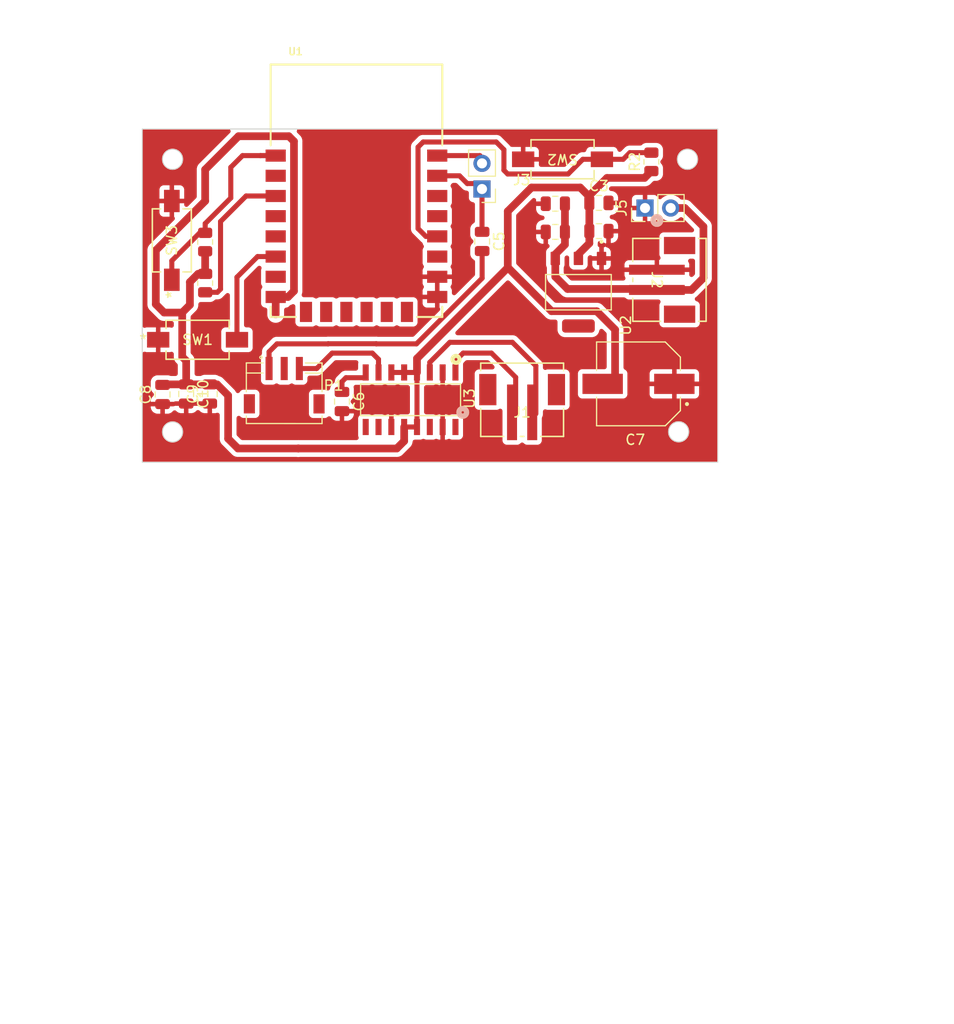
<source format=kicad_pcb>
(kicad_pcb (version 20221018) (generator pcbnew)
  (layers (0 "F.Cu" signal) (31 "B.Cu" signal) (34 "B.Paste" user) (35 "F.Paste" user) (36 "B.SilkS" user "B.Silkscreen") (37 "F.SilkS" user "F.Silkscreen") (38 "B.Mask" user) (39 "F.Mask" user) (44 "Edge.Cuts" user))
  (net 0 "")
  (net 1 "GND")
  (net 2 "VCC")
  (net 3 "/INL")
  (net 4 "Net-(J3-Pin_2)")
  (net 5 "/boot")
  (net 6 "Net-(U1-EN)")
  (net 14 "/VIN")
  (net 15 "Net-(C5-Pad2)")
  (net 16 "/RST")
  (net 17 "Net-(U3-VREF)")
  (net 18 "Net-(U3-+OUT_L)")
  (net 19 "Net-(U3--OUT_L)")
  (net 20 "Net-(U3-INL)")
  (net 25 "unconnected-(U1-GPIO4-Pad19)")
  (net 30 "Net-(U1-GPIO12)")
  (footprint "esp_lib:PAM8403" (layer "F.Cu") (at 66.5734 51.811203 -90)
    (fp_text reference "U3" (at -0.12511 -5.83978 90) (layer "F.SilkS") (effects (font (size 1.000819 1.000819))))
    (fp_text value "PAM8403DR" hide)
    (fp_line (start -1.575 -4.95) (end -1.575 4.95) (stroke (width 0.127)) (layer "F.SilkS"))
    (fp_line (start -1.575 4.95) (end 1.575 4.95) (stroke (width 0.127)) (layer "F.SilkS"))
    (fp_line (start 1.575 -4.95) (end -1.575 -4.95) (stroke (width 0.127)) (layer "F.SilkS"))
    (fp_line (start 1.575 4.95) (end 1.575 -4.95) (stroke (width 0.127)) (layer "F.SilkS"))
    (fp_circle (center -4 -4.5) (end -3.858581 -4.5) (stroke (width 0.4064)) (fill none) (layer "F.SilkS"))
    (pad "1" smd rect (at -2.7 -4.445 270) (size 1.6 0.6) (layers "F.Cu" "F.Paste" "F.Mask") (net 18 "Net-(U3-+OUT_L)"))
    (pad "2" smd rect (at -2.7 -3.175 270) (size 1.6 0.6) (layers "F.Cu" "F.Paste" "F.Mask") (net 1 "GND"))
    (pad "3" smd rect (at -2.7 -1.905 270) (size 1.6 0.6) (layers "F.Cu" "F.Paste" "F.Mask") (net 19 "Net-(U3--OUT_L)"))
    (pad "4" smd rect (at -2.7 -0.635 270) (size 1.6 0.6) (layers "F.Cu" "F.Paste" "F.Mask") (net 2 "VCC"))
    (pad "5" smd rect (at -2.7 0.635 270) (size 1.6 0.6) (layers "F.Cu" "F.Paste" "F.Mask") (net 2 "VCC"))
    (pad "6" smd rect (at -2.7 1.905 270) (size 1.6 0.6) (layers "F.Cu" "F.Paste" "F.Mask") (net 2 "VCC"))
    (pad "7" smd rect (at -2.7 3.175 270) (size 1.6 0.6) (layers "F.Cu" "F.Paste" "F.Mask") (net 20 "Net-(U3-INL)"))
    (pad "8" smd rect (at -2.7 4.445 270) (size 1.6 0.6) (layers "F.Cu" "F.Paste" "F.Mask") (net 17 "Net-(U3-VREF)"))
    (pad "9" smd rect (at 2.7 4.445 270) (size 1.6 0.6) (layers "F.Cu" "F.Paste" "F.Mask"))
    (pad "10" smd rect (at 2.7 3.175 270) (size 1.6 0.6) (layers "F.Cu" "F.Paste" "F.Mask"))
    (pad "11" smd rect (at 2.7 1.905 270) (size 1.6 0.6) (layers "F.Cu" "F.Paste" "F.Mask") (net 1 "GND"))
    (pad "12" smd rect (at 2.7 0.635 270) (size 1.6 0.6) (layers "F.Cu" "F.Paste" "F.Mask") (net 2 "VCC"))
    (pad "13" smd rect (at 2.7 -0.635 270) (size 1.6 0.6) (layers "F.Cu" "F.Paste" "F.Mask") (net 2 "VCC"))
    (pad "14" smd rect (at 2.7 -1.905 270) (size 1.6 0.6) (layers "F.Cu" "F.Paste" "F.Mask"))
    (pad "15" smd rect (at 2.7 -3.175 270) (size 1.6 0.6) (layers "F.Cu" "F.Paste" "F.Mask") (net 1 "GND"))
    (pad "16" smd rect (at 2.7 -4.445 270) (size 1.6 0.6) (layers "F.Cu" "F.Paste" "F.Mask"))
  )
  (footprint "Capacitor_SMD:C_0805_2012Metric" (layer "F.Cu") (at 80.9098 32.4015)
    (fp_text reference "C2" hide)
    (fp_text value "10u")
    (fp_line (start -0.261252 -0.735) (end 0.261252 -0.735) (stroke (width 0.12)) (layer "F.SilkS"))
    (fp_line (start -0.261252 0.735) (end 0.261252 0.735) (stroke (width 0.12)) (layer "F.SilkS"))
    (pad "1" smd roundrect (at -0.95 0) (size 1 1.45) (layers "F.Cu" "F.Paste" "F.Mask") (net 1 "GND"))
    (pad "2" smd roundrect (at 0.95 0) (size 1 1.45) (layers "F.Cu" "F.Paste" "F.Mask") (net 14 "/VIN"))
  )
  (footprint "esp_lib:B2B-PH-SM4-TBLFSN_JST" (layer "F.Cu") (at 77.6224 51.816)
    (fp_text reference "J1" (at 0 1.244801 unlocked) (layer "F.SilkS"))
    (fp_text value "B2B-PH-SM4-TBLFSN")
    (fp_circle (center -5.8801 1.244801) (end -5.4991 1.244801) (stroke (width 0.508)) (fill none) (layer "B.SilkS"))
    (fp_line (start -4.1021 -3.6322) (end -4.1021 -2.88734) (stroke (width 0.1524)) (layer "F.SilkS"))
    (fp_line (start -4.1021 0.87694) (end -4.1021 3.6322) (stroke (width 0.1524)) (layer "F.SilkS"))
    (fp_line (start -4.1021 3.6322) (end -1.828041 3.6322) (stroke (width 0.1524)) (layer "F.SilkS"))
    (fp_line (start -0.171961 3.6322) (end 0.171961 3.6322) (stroke (width 0.1524)) (layer "F.SilkS"))
    (fp_line (start 1.828041 3.6322) (end 4.1021 3.6322) (stroke (width 0.1524)) (layer "F.SilkS"))
    (fp_line (start 4.1021 -3.6322) (end -4.1021 -3.6322) (stroke (width 0.1524)) (layer "F.SilkS"))
    (fp_line (start 4.1021 -2.88734) (end 4.1021 -3.6322) (stroke (width 0.1524)) (layer "F.SilkS"))
    (fp_line (start 4.1021 3.6322) (end 4.1021 0.87694) (stroke (width 0.1524)) (layer "F.SilkS"))
    (fp_circle (center -5.8801 1.244801) (end -5.4991 1.244801) (stroke (width 0.508)) (fill none) (layer "F.SilkS"))
    (pad "1" smd rect (at -1.000001 1.244801) (size 0.9906 5.5118) (layers "F.Cu" "F.Paste" "F.Mask") (net 18 "Net-(U3-+OUT_L)"))
    (pad "2" smd rect (at 1.000001 1.244801) (size 0.9906 5.5118) (layers "F.Cu" "F.Paste" "F.Mask") (net 19 "Net-(U3--OUT_L)"))
    (pad "3" smd rect (at -3.399998 -1.0052 90) (size 3.0988 1.7018) (layers "F.Cu" "F.Paste" "F.Mask"))
    (pad "4" smd rect (at 3.399998 -1.0052 90) (size 3.0988 1.7018) (layers "F.Cu" "F.Paste" "F.Mask"))
  )
  (footprint "esp_lib:ESP-12F" (layer "F.Cu") (at 61.214 31.115)
    (fp_text reference "U1" (at -6.03654 -13.788698) (layer "F.SilkS") (effects (font (size 0.700469 0.700469))))
    (fp_text value "ESP-12F")
    (fp_line (start -8.5 -12.5) (end -8.5 -4.5) (stroke (width 0.2)) (layer "F.SilkS"))
    (fp_line (start -8.5 -12.5) (end 8.5 -12.5) (stroke (width 0.2)) (layer "F.SilkS"))
    (fp_line (start -8.5 11.5) (end -8.5 12.5) (stroke (width 0.2)) (layer "F.SilkS"))
    (fp_line (start -8.5 12.5) (end -6 12.5) (stroke (width 0.2)) (layer "F.SilkS"))
    (fp_line (start 8.5 -12.5) (end 8.5 -4.5) (stroke (width 0.2)) (layer "F.SilkS"))
    (fp_line (start 8.5 12.5) (end 6 12.5) (stroke (width 0.2)) (layer "F.SilkS"))
    (fp_line (start 8.5 12.5) (end 8.5 11.5) (stroke (width 0.2)) (layer "F.SilkS"))
    (pad "1" smd rect (at -8 -3.48) (size 2 1.2) (layers "F.Cu" "F.Paste" "F.Mask") (net 16 "/RST"))
    (pad "2" smd rect (at -8 -1.48) (size 2 1.2) (layers "F.Cu" "F.Paste" "F.Mask"))
    (pad "3" smd rect (at -8 0.52) (size 2 1.2) (layers "F.Cu" "F.Paste" "F.Mask") (net 6 "Net-(U1-EN)"))
    (pad "4" smd rect (at -8 2.52) (size 2 1.2) (layers "F.Cu" "F.Paste" "F.Mask"))
    (pad "5" smd rect (at -8 4.52) (size 2 1.2) (layers "F.Cu" "F.Paste" "F.Mask"))
    (pad "6" smd rect (at -8 6.52) (size 2 1.2) (layers "F.Cu" "F.Paste" "F.Mask") (net 30 "Net-(U1-GPIO12)"))
    (pad "7" smd rect (at -8 8.52) (size 2 1.2) (layers "F.Cu" "F.Paste" "F.Mask"))
    (pad "8" smd rect (at -8 10.52) (size 2 1.2) (layers "F.Cu" "F.Paste" "F.Mask") (net 2 "VCC"))
    (pad "9" smd rect (at -5 12 90) (size 2 1.2) (layers "F.Cu" "F.Paste" "F.Mask"))
    (pad "10" smd rect (at -3 12 90) (size 2 1.2) (layers "F.Cu" "F.Paste" "F.Mask"))
    (pad "11" smd rect (at -1 12 90) (size 2 1.2) (layers "F.Cu" "F.Paste" "F.Mask"))
    (pad "12" smd rect (at 1 12 90) (size 2 1.2) (layers "F.Cu" "F.Paste" "F.Mask"))
    (pad "13" smd rect (at 3 12 90) (size 2 1.2) (layers "F.Cu" "F.Paste" "F.Mask"))
    (pad "14" smd rect (at 5 12 90) (size 2 1.2) (layers "F.Cu" "F.Paste" "F.Mask"))
    (pad "15" smd rect (at 8 10.52) (size 2 1.2) (layers "F.Cu" "F.Paste" "F.Mask") (net 1 "GND"))
    (pad "16" smd rect (at 8 8.52) (size 2 1.2) (layers "F.Cu" "F.Paste" "F.Mask") (net 1 "GND"))
    (pad "17" smd rect (at 8 6.52) (size 2 1.2) (layers "F.Cu" "F.Paste" "F.Mask"))
    (pad "18" smd rect (at 8 4.52) (size 2 1.2) (layers "F.Cu" "F.Paste" "F.Mask") (net 5 "/boot"))
    (pad "19" smd rect (at 8 2.52) (size 2 1.2) (layers "F.Cu" "F.Paste" "F.Mask") (net 25 "unconnected-(U1-GPIO4-Pad19)"))
    (pad "20" smd rect (at 8 0.52) (size 2 1.2) (layers "F.Cu" "F.Paste" "F.Mask"))
    (pad "21" smd rect (at 8 -1.48) (size 2 1.2) (layers "F.Cu" "F.Paste" "F.Mask") (net 3 "/INL"))
    (pad "22" smd rect (at 8 -3.48) (size 2 1.2) (layers "F.Cu" "F.Paste" "F.Mask") (net 4 "Net-(J3-Pin_2)"))
  )
  (footprint "esp_lib:RS-282G05A3-SM RT_CNK" (layer "F.Cu") (at 42.926 36.031698 90)
    (fp_text reference "SW3" (at 0 0 90 unlocked) (layer "F.SilkS"))
    (fp_text value "RS-282G05A3-SM RT")
    (fp_text user "*" (at -5.3866 0 90 unlocked) (layer "F.SilkS"))
    (fp_text user "*" (at -5.3866 0 90) (layer "F.SilkS"))
    (fp_line (start -3.1242 -1.9304) (end -3.1242 -1.10744) (stroke (width 0.1524)) (layer "F.SilkS"))
    (fp_line (start -3.1242 1.10744) (end -3.1242 1.9304) (stroke (width 0.1524)) (layer "F.SilkS"))
    (fp_line (start -3.1242 1.9304) (end 3.1242 1.9304) (stroke (width 0.1524)) (layer "F.SilkS"))
    (fp_line (start 3.1242 -1.9304) (end -3.1242 -1.9304) (stroke (width 0.1524)) (layer "F.SilkS"))
    (fp_line (start 3.1242 -1.10744) (end 3.1242 -1.9304) (stroke (width 0.1524)) (layer "F.SilkS"))
    (fp_line (start 3.1242 1.9304) (end 3.1242 1.10744) (stroke (width 0.1524)) (layer "F.SilkS"))
    (pad "1" smd rect (at -3.900698 0 90) (size 2.2098 1.5494) (layers "F.Cu" "F.Paste" "F.Mask") (net 16 "/RST"))
    (pad "2" smd rect (at 3.900698 0 90) (size 2.2098 1.5494) (layers "F.Cu" "F.Paste" "F.Mask") (net 1 "GND"))
  )
  (footprint "Capacitor_SMD:C_0805_2012Metric" (layer "F.Cu") (at 59.779203 51.991603 -90)
    (fp_text reference "C6" (at 0 -1.68 90) (layer "F.SilkS"))
    (fp_text value "0.1u")
    (fp_line (start -0.261252 -0.735) (end 0.261252 -0.735) (stroke (width 0.12)) (layer "F.SilkS"))
    (fp_line (start -0.261252 0.735) (end 0.261252 0.735) (stroke (width 0.12)) (layer "F.SilkS"))
    (pad "1" smd roundrect (at -0.95 0 270) (size 1 1.45) (layers "F.Cu" "F.Paste" "F.Mask") (net 17 "Net-(U3-VREF)"))
    (pad "2" smd roundrect (at 0.95 0 270) (size 1 1.45) (layers "F.Cu" "F.Paste" "F.Mask") (net 1 "GND"))
  )
  (footprint "Resistor_SMD:R_0805_2012Metric" (layer "F.Cu") (at 90.424 28.256 90)
    (fp_text reference "R2" (at 0 -1.65 90) (layer "F.SilkS"))
    (fp_text value "R")
    (fp_line (start -0.227064 -0.735) (end 0.227064 -0.735) (stroke (width 0.12)) (layer "F.SilkS"))
    (fp_line (start -0.227064 0.735) (end 0.227064 0.735) (stroke (width 0.12)) (layer "F.SilkS"))
    (pad "1" smd roundrect (at -0.9125 0 90) (size 1.025 1.4) (layers "F.Cu" "F.Paste" "F.Mask") (roundrect_rratio 0.243902439) (net 2 "VCC"))
    (pad "2" smd roundrect (at 0.9125 0 90) (size 1.025 1.4) (layers "F.Cu" "F.Paste" "F.Mask") (roundrect_rratio 0.243902439) (net 5 "/boot"))
  )
  (footprint "Connector_PinHeader_2.54mm:PinHeader_1x02_P2.54mm_Vertical" (layer "F.Cu") (at 89.7948 32.828 90)
    (fp_text reference "J5" (at 0 -2.33 90) (layer "F.SilkS"))
    (fp_text value "Conn_01x02_Pin")
    (fp_line (start -1.33 -1.33) (end 0 -1.33) (stroke (width 0.12)) (layer "F.SilkS"))
    (fp_line (start -1.33 0) (end -1.33 -1.33) (stroke (width 0.12)) (layer "F.SilkS"))
    (fp_line (start -1.33 1.27) (end -1.33 3.87) (stroke (width 0.12)) (layer "F.SilkS"))
    (fp_line (start -1.33 1.27) (end 1.33 1.27) (stroke (width 0.12)) (layer "F.SilkS"))
    (fp_line (start -1.33 3.87) (end 1.33 3.87) (stroke (width 0.12)) (layer "F.SilkS"))
    (fp_line (start 1.33 1.27) (end 1.33 3.87) (stroke (width 0.12)) (layer "F.SilkS"))
    (pad "1" thru_hole rect (at 0 0 90) (size 1.7 1.7) (drill 1) (layers "*.Cu" "*.Mask") (net 1 "GND"))
    (pad "2" thru_hole oval (at 0 2.54 90) (size 1.7 1.7) (drill 1) (layers "*.Cu" "*.Mask") (net 14 "/VIN"))
  )
  (footprint "Resistor_SMD:R_0805_2012Metric" (layer "F.Cu") (at 46.228 36.195 -90)
    (fp_text reference "R1" hide)
    (fp_text value "R" hide)
    (fp_line (start -0.227064 -0.735) (end 0.227064 -0.735) (stroke (width 0.12)) (layer "F.SilkS"))
    (fp_line (start -0.227064 0.735) (end 0.227064 0.735) (stroke (width 0.12)) (layer "F.SilkS"))
    (pad "1" smd roundrect (at -0.9125 0 270) (size 1.025 1.4) (layers "F.Cu" "F.Paste" "F.Mask") (roundrect_rratio 0.243902439) (net 16 "/RST"))
    (pad "2" smd roundrect (at 0.9125 0 270) (size 1.025 1.4) (layers "F.Cu" "F.Paste" "F.Mask") (roundrect_rratio 0.243902439) (net 2 "VCC"))
  )
  (footprint "Capacitor_SMD:C_0805_2012Metric" (layer "F.Cu") (at 73.66 36.134 -90)
    (fp_text reference "C5" (at 0 -1.68 90) (layer "F.SilkS"))
    (fp_text value "0.47u")
    (fp_line (start -0.261252 -0.735) (end 0.261252 -0.735) (stroke (width 0.12)) (layer "F.SilkS"))
    (fp_line (start -0.261252 0.735) (end 0.261252 0.735) (stroke (width 0.12)) (layer "F.SilkS"))
    (pad "1" smd roundrect (at -0.95 0 270) (size 1 1.45) (layers "F.Cu" "F.Paste" "F.Mask") (net 3 "/INL"))
    (pad "2" smd roundrect (at 0.95 0 270) (size 1 1.45) (layers "F.Cu" "F.Paste" "F.Mask") (net 15 "Net-(C5-Pad2)"))
  )
  (footprint "Capacitor_SMD:C_0805_2012Metric" (layer "F.Cu") (at 85.2278 32.32)
    (fp_text reference "C3" (at 0 -1.68) (layer "F.SilkS"))
    (fp_text value "0.1u")
    (fp_line (start -0.261252 -0.735) (end 0.261252 -0.735) (stroke (width 0.12)) (layer "F.SilkS"))
    (fp_line (start -0.261252 0.735) (end 0.261252 0.735) (stroke (width 0.12)) (layer "F.SilkS"))
    (pad "1" smd roundrect (at -0.95 0) (size 1 1.45) (layers "F.Cu" "F.Paste" "F.Mask") (net 2 "VCC"))
    (pad "2" smd roundrect (at 0.95 0) (size 1 1.45) (layers "F.Cu" "F.Paste" "F.Mask") (net 1 "GND"))
  )
  (footprint "esp_lib:SOT229P700X180-4N" (layer "F.Cu") (at 83.1958 41.1645 -90)
    (fp_text reference "U2" (at 3.2755 -4.695 90) (layer "F.SilkS"))
    (fp_text value "AMS1117-3.3" hide)
    (fp_line (start -1.7525 -3.2525) (end 1.7525 -3.2525) (stroke (width 0.127)) (layer "F.SilkS"))
    (fp_line (start -1.7525 3.2525) (end -1.7525 -3.2525) (stroke (width 0.127)) (layer "F.SilkS"))
    (fp_line (start 1.7525 -3.2525) (end 1.7525 3.2525) (stroke (width 0.127)) (layer "F.SilkS"))
    (fp_line (start 1.7525 3.2525) (end -1.7525 3.2525) (stroke (width 0.127)) (layer "F.SilkS"))
    (fp_circle (center -5 -2.29) (end -4.9 -2.29) (stroke (width 0.2)) (fill none) (layer "F.SilkS"))
    (pad "1" smd roundrect (at -3.345 -2.29 270) (size 1.31 0.93) (layers "F.Cu" "F.Paste" "F.Mask") (roundrect_rratio 0.07) (net 1 "GND"))
    (pad "2" smd roundrect (at -3.345 0 270) (size 1.31 0.93) (layers "F.Cu" "F.Paste" "F.Mask") (roundrect_rratio 0.07) (net 2 "VCC"))
    (pad "3" smd roundrect (at -3.345 2.29 270) (size 1.31 0.93) (layers "F.Cu" "F.Paste" "F.Mask") (roundrect_rratio 0.07) (net 14 "/VIN"))
    (pad "4" smd roundrect (at 3.345 0 270) (size 1.31 3.24) (layers "F.Cu" "F.Paste" "F.Mask") (roundrect_rratio 0.24))
  )
  (footprint "esp_lib:RS-282G05A3-SM RT_CNK" (layer "F.Cu") (at 45.476902 45.8724)
    (fp_text reference "SW1" (at 0 0 unlocked) (layer "F.SilkS"))
    (fp_text value "RS-282G05A3-SM RT")
    (fp_text user "*" (at -5.3866 0) (layer "F.SilkS"))
    (fp_text user "*" (at -5.3866 0 unlocked) (layer "F.SilkS"))
    (fp_line (start -3.1242 -1.9304) (end -3.1242 -1.10744) (stroke (width 0.1524)) (layer "F.SilkS"))
    (fp_line (start -3.1242 1.10744) (end -3.1242 1.9304) (stroke (width 0.1524)) (layer "F.SilkS"))
    (fp_line (start -3.1242 1.9304) (end 3.1242 1.9304) (stroke (width 0.1524)) (layer "F.SilkS"))
    (fp_line (start 3.1242 -1.9304) (end -3.1242 -1.9304) (stroke (width 0.1524)) (layer "F.SilkS"))
    (fp_line (start 3.1242 -1.10744) (end 3.1242 -1.9304) (stroke (width 0.1524)) (layer "F.SilkS"))
    (fp_line (start 3.1242 1.9304) (end 3.1242 1.10744) (stroke (width 0.1524)) (layer "F.SilkS"))
    (pad "1" smd rect (at -3.900698 0) (size 2.2098 1.5494) (layers "F.Cu" "F.Paste" "F.Mask") (net 1 "GND"))
    (pad "2" smd rect (at 3.900698 0) (size 2.2098 1.5494) (layers "F.Cu" "F.Paste" "F.Mask") (net 30 "Net-(U1-GPIO12)"))
  )
  (footprint "esp_lib:JST_S3B-ZR-SM4A-TF" (layer "F.Cu") (at 54.8056 48.7224 180)
    (fp_text reference "P1" (at -4.141805 -1.677755) (layer "F.SilkS") (effects (font (size 1.001646 1.001646))))
    (fp_text value "S3B-ZR-SM4A-TF")
    (fp_line (start -3 -5.45) (end 4.4986 -5.44492) (stroke (width 0.127)) (layer "F.SilkS"))
    (fp_line (start -3 -4.7) (end -3 -5.45) (stroke (width 0.127)) (layer "F.SilkS"))
    (fp_line (start -3 -0.45) (end -3 -2.3) (stroke (width 0.127)) (layer "F.SilkS"))
    (fp_line (start -3 -0.45) (end -1.35 -0.45) (stroke (width 0.127)) (layer "F.SilkS"))
    (fp_line (start -3 0.55) (end -3 -0.45) (stroke (width 0.127)) (layer "F.SilkS"))
    (fp_line (start -1.35 0.55) (end -3 0.55) (stroke (width 0.127)) (layer "F.SilkS"))
    (fp_line (start 2.8486 -0.444922) (end 4.4986 -0.444922) (stroke (width 0.127)) (layer "F.SilkS"))
    (fp_line (start 4.4986 -5.44492) (end 4.4986 -4.69492) (stroke (width 0.127)) (layer "F.SilkS"))
    (fp_line (start 4.4986 -2.29492) (end 4.4986 -0.444922) (stroke (width 0.127)) (layer "F.SilkS"))
    (fp_line (start 4.4986 -0.444922) (end 4.4986 0.555078) (stroke (width 0.127)) (layer "F.SilkS"))
    (fp_line (start 4.4986 0.555078) (end 2.8486 0.555078) (stroke (width 0.127)) (layer "F.SilkS"))
    (fp_circle (center 3.0486 1.10508) (end 3.1756 1.10508) (stroke (width 0.1)) (fill none) (layer "F.SilkS"))
    (pad "1" smd rect (at 2.2486 0.005078 180) (size 0.7 2.3) (layers "F.Cu" "F.Paste" "F.Mask") (net 15 "Net-(C5-Pad2)"))
    (pad "2" smd rect (at 0.75 0 180) (size 0.7 2.3) (layers "F.Cu" "F.Paste" "F.Mask"))
    (pad "3" smd rect (at -0.75 0 180) (size 0.7 2.3) (layers "F.Cu" "F.Paste" "F.Mask") (net 20 "Net-(U3-INL)"))
    (pad "P1" smd rect (at 4.1986 -3.49492 180) (size 1.1 1.9) (layers "F.Cu" "F.Paste" "F.Mask"))
    (pad "P2" smd rect (at -2.7 -3.5 180) (size 1.1 1.9) (layers "F.Cu" "F.Paste" "F.Mask"))
  )
  (footprint "Capacitor_SMD:C_0805_2012Metric" (layer "F.Cu") (at 46.6852 51.242 90)
    (fp_text reference "C9" (at 0 -1.68 90) (layer "F.SilkS"))
    (fp_text value "1u")
    (fp_line (start -0.261252 -0.735) (end 0.261252 -0.735) (stroke (width 0.12)) (layer "F.SilkS"))
    (fp_line (start -0.261252 0.735) (end 0.261252 0.735) (stroke (width 0.12)) (layer "F.SilkS"))
    (pad "1" smd roundrect (at -0.95 0 90) (size 1 1.45) (layers "F.Cu" "F.Paste" "F.Mask") (net 1 "GND"))
    (pad "2" smd roundrect (at 0.95 0 90) (size 1 1.45) (layers "F.Cu" "F.Paste" "F.Mask") (net 2 "VCC"))
  )
  (footprint "Capacitor_SMD:C_0805_2012Metric" (layer "F.Cu") (at 42.0116 51.2928 90)
    (fp_text reference "C8" (at 0 -1.68 90) (layer "F.SilkS"))
    (fp_text value "1u")
    (fp_line (start -0.261252 -0.735) (end 0.261252 -0.735) (stroke (width 0.12)) (layer "F.SilkS"))
    (fp_line (start -0.261252 0.735) (end 0.261252 0.735) (stroke (width 0.12)) (layer "F.SilkS"))
    (pad "1" smd roundrect (at -0.95 0 90) (size 1 1.45) (layers "F.Cu" "F.Paste" "F.Mask") (net 1 "GND"))
    (pad "2" smd roundrect (at 0.95 0 90) (size 1 1.45) (layers "F.Cu" "F.Paste" "F.Mask") (net 2 "VCC"))
  )
  (footprint "Capacitor_SMD:C_0805_2012Metric" (layer "F.Cu") (at 44.3484 51.242 -90)
    (fp_text reference "C10" (at 0 -1.68 90) (layer "F.SilkS"))
    (fp_text value "1u")
    (fp_line (start -0.261252 -0.735) (end 0.261252 -0.735) (stroke (width 0.12)) (layer "F.SilkS"))
    (fp_line (start -0.261252 0.735) (end 0.261252 0.735) (stroke (width 0.12)) (layer "F.SilkS"))
    (pad "1" smd roundrect (at -0.95 0 270) (size 1 1.45) (layers "F.Cu" "F.Paste" "F.Mask") (net 2 "VCC"))
    (pad "2" smd roundrect (at 0.95 0 270) (size 1 1.45) (layers "F.Cu" "F.Paste" "F.Mask") (net 1 "GND"))
  )
  (footprint "Capacitor_SMD:C_0805_2012Metric" (layer "F.Cu") (at 85.2278 35.114)
    (fp_text reference "C4" hide)
    (fp_text value "10u")
    (fp_line (start -0.261252 -0.735) (end 0.261252 -0.735) (stroke (width 0.12)) (layer "F.SilkS"))
    (fp_line (start -0.261252 0.735) (end 0.261252 0.735) (stroke (width 0.12)) (layer "F.SilkS"))
    (pad "1" smd roundrect (at -0.95 0) (size 1 1.45) (layers "F.Cu" "F.Paste" "F.Mask") (net 2 "VCC"))
    (pad "2" smd roundrect (at 0.95 0) (size 1 1.45) (layers "F.Cu" "F.Paste" "F.Mask") (net 1 "GND"))
  )
  (footprint "esp_lib:B2B-PH-SM4-TBLFSN_JST" (layer "F.Cu") (at 92.2128 39.94 -90)
    (fp_text reference "J2" (at 0 1.244801 -90 unlocked) (layer "F.SilkS"))
    (fp_text value "B2B-PH-SM4-TBLFSN")
    (fp_circle (center -5.8801 1.244801) (end -5.4991 1.244801) (stroke (width 0.508)) (fill none) (layer "B.SilkS"))
    (fp_line (start -4.1021 -3.6322) (end -4.1021 -2.88734) (stroke (width 0.1524)) (layer "F.SilkS"))
    (fp_line (start -4.1021 0.87694) (end -4.1021 3.6322) (stroke (width 0.1524)) (layer "F.SilkS"))
    (fp_line (start -4.1021 3.6322) (end -1.828041 3.6322) (stroke (width 0.1524)) (layer "F.SilkS"))
    (fp_line (start -0.171961 3.6322) (end 0.171961 3.6322) (stroke (width 0.1524)) (layer "F.SilkS"))
    (fp_line (start 1.828041 3.6322) (end 4.1021 3.6322) (stroke (width 0.1524)) (layer "F.SilkS"))
    (fp_line (start 4.1021 -3.6322) (end -4.1021 -3.6322) (stroke (width 0.1524)) (layer "F.SilkS"))
    (fp_line (start 4.1021 -2.88734) (end 4.1021 -3.6322) (stroke (width 0.1524)) (layer "F.SilkS"))
    (fp_line (start 4.1021 3.6322) (end 4.1021 0.87694) (stroke (width 0.1524)) (layer "F.SilkS"))
    (fp_circle (center -5.8801 1.244801) (end -5.4991 1.244801) (stroke (width 0.508)) (fill none) (layer "F.SilkS"))
    (pad "1" smd rect (at -1.000001 1.244801 270) (size 0.9906 5.5118) (layers "F.Cu" "F.Paste" "F.Mask") (net 1 "GND"))
    (pad "2" smd rect (at 1.000001 1.244801 270) (size 0.9906 5.5118) (layers "F.Cu" "F.Paste" "F.Mask") (net 14 "/VIN"))
    (pad "3" smd rect (at -3.399998 -1.0052) (size 3.0988 1.7018) (layers "F.Cu" "F.Paste" "F.Mask"))
    (pad "4" smd rect (at 3.399998 -1.0052) (size 3.0988 1.7018) (layers "F.Cu" "F.Paste" "F.Mask"))
  )
  (footprint "Capacitor_SMD:C_0805_2012Metric" (layer "F.Cu") (at 80.9098 35.1955)
    (fp_text reference "C1" hide)
    (fp_text value "0.1u")
    (fp_line (start -0.261252 -0.735) (end 0.261252 -0.735) (stroke (width 0.12)) (layer "F.SilkS"))
    (fp_line (start -0.261252 0.735) (end 0.261252 0.735) (stroke (width 0.12)) (layer "F.SilkS"))
    (pad "1" smd roundrect (at -0.95 0) (size 1 1.45) (layers "F.Cu" "F.Paste" "F.Mask") (net 1 "GND"))
    (pad "2" smd roundrect (at 0.95 0) (size 1 1.45) (layers "F.Cu" "F.Paste" "F.Mask") (net 14 "/VIN"))
  )
  (footprint "Resistor_SMD:R_0805_2012Metric" (layer "F.Cu") (at 46.228 40.259 90)
    (fp_text reference "R4" hide)
    (fp_text value "R" hide)
    (fp_line (start -0.227064 -0.735) (end 0.227064 -0.735) (stroke (width 0.12)) (layer "F.SilkS"))
    (fp_line (start -0.227064 0.735) (end 0.227064 0.735) (stroke (width 0.12)) (layer "F.SilkS"))
    (pad "1" smd roundrect (at -0.9125 0 90) (size 1.025 1.4) (layers "F.Cu" "F.Paste" "F.Mask") (roundrect_rratio 0.243902439) (net 6 "Net-(U1-EN)"))
    (pad "2" smd roundrect (at 0.9125 0 90) (size 1.025 1.4) (layers "F.Cu" "F.Paste" "F.Mask") (roundrect_rratio 0.243902439) (net 2 "VCC"))
  )
  (footprint "esp_lib:RS-282G05A3-SM RT_CNK" (layer "F.Cu") (at 81.624698 28.002 180)
    (fp_text reference "SW2" (at 0 0 180 unlocked) (layer "F.SilkS"))
    (fp_text value "RS-282G05A3-SM RT")
    (fp_line (start -3.1242 -1.9304) (end -3.1242 -1.10744) (stroke (width 0.1524)) (layer "F.SilkS"))
    (fp_line (start -3.1242 1.10744) (end -3.1242 1.9304) (stroke (width 0.1524)) (layer "F.SilkS"))
    (fp_line (start -3.1242 1.9304) (end 3.1242 1.9304) (stroke (width 0.1524)) (layer "F.SilkS"))
    (fp_line (start 3.1242 -1.9304) (end -3.1242 -1.9304) (stroke (width 0.1524)) (layer "F.SilkS"))
    (fp_line (start 3.1242 -1.10744) (end 3.1242 -1.9304) (stroke (width 0.1524)) (layer "F.SilkS"))
    (fp_line (start 3.1242 1.9304) (end 3.1242 1.10744) (stroke (width 0.1524)) (layer "F.SilkS"))
    (pad "1" smd rect (at -3.900698 0 180) (size 2.2098 1.5494) (layers "F.Cu" "F.Paste" "F.Mask") (net 5 "/boot"))
    (pad "2" smd rect (at 3.900698 0 180) (size 2.2098 1.5494) (layers "F.Cu" "F.Paste" "F.Mask") (net 1 "GND"))
  )
  (footprint "Connector_PinHeader_2.54mm:PinHeader_1x02_P2.54mm_Vertical" (layer "F.Cu") (at 73.647968 30.944 180)
    (fp_text reference "J3" (at -3.937 0.889 180) (layer "F.SilkS"))
    (fp_text value "Conn_01x02_Pin" hide)
    (fp_line (start -1.33 -1.33) (end 0 -1.33) (stroke (width 0.12)) (layer "F.SilkS"))
    (fp_line (start -1.33 0) (end -1.33 -1.33) (stroke (width 0.12)) (layer "F.SilkS"))
    (fp_line (start -1.33 1.27) (end -1.33 3.87) (stroke (width 0.12)) (layer "F.SilkS"))
    (fp_line (start -1.33 1.27) (end 1.33 1.27) (stroke (width 0.12)) (layer "F.SilkS"))
    (fp_line (start -1.33 3.87) (end 1.33 3.87) (stroke (width 0.12)) (layer "F.SilkS"))
    (fp_line (start 1.33 1.27) (end 1.33 3.87) (stroke (width 0.12)) (layer "F.SilkS"))
    (pad "1" thru_hole rect (at 0 0 180) (size 1.7 1.7) (drill 1) (layers "*.Cu" "*.Mask") (net 3 "/INL"))
    (pad "2" thru_hole oval (at 0 2.54 180) (size 1.7 1.7) (drill 1) (layers "*.Cu" "*.Mask") (net 4 "Net-(J3-Pin_2)"))
  )
  (footprint "esp_lib:CAP_EEEFP1C471AL" (layer "F.Cu") (at 89.148 50.2412 180)
    (fp_text reference "C7" (at 0.325 -5.535) (layer "F.SilkS"))
    (fp_text value "470u")
    (fp_line (start -4.15 -2.65) (end -4.15 -1.32) (stroke (width 0.127)) (layer "F.SilkS"))
    (fp_line (start -4.15 1.32) (end -4.15 2.65) (stroke (width 0.127)) (layer "F.SilkS"))
    (fp_line (start -4.15 2.65) (end -2.65 4.15) (stroke (width 0.127)) (layer "F.SilkS"))
    (fp_line (start -2.65 -4.15) (end -4.15 -2.65) (stroke (width 0.127)) (layer "F.SilkS"))
    (fp_line (start -2.65 4.15) (end 4.15 4.15) (stroke (width 0.127)) (layer "F.SilkS"))
    (fp_line (start 4.15 -4.15) (end -2.65 -4.15) (stroke (width 0.127)) (layer "F.SilkS"))
    (fp_line (start 4.15 -1.32) (end 4.15 -4.15) (stroke (width 0.127)) (layer "F.SilkS"))
    (fp_line (start 4.15 4.15) (end 4.15 1.32) (stroke (width 0.127)) (layer "F.SilkS"))
    (fp_circle (center -4.8 -2) (end -4.7 -2) (stroke (width 0.2)) (fill none) (layer "F.SilkS"))
    (pad "1" smd rect (at -3.55 0 180) (size 4 2) (layers "F.Cu" "F.Paste" "F.Mask") (net 1 "GND"))
    (pad "2" smd rect (at 3.55 0 180) (size 4 2) (layers "F.Cu" "F.Paste" "F.Mask") (net 2 "VCC"))
  )
  (gr_circle (center 43 28) (end 44 28) (stroke (width 0.1)) (fill none) (layer "Edge.Cuts"))
  (gr_circle (center 93.124003 54.987603) (end 94.124003 54.987603) (stroke (width 0.1)) (fill none) (layer "Edge.Cuts"))
  (gr_circle (center 94 28) (end 95 28) (stroke (width 0.1)) (fill none) (layer "Edge.Cuts"))
  (gr_circle (center 43 55) (end 44 55) (stroke (width 0.1)) (fill none) (layer "Edge.Cuts"))
  (gr_rect (start 40 25) (end 97 58) (stroke (width 0.1)) (fill none) (layer "Edge.Cuts"))
  (segment (start 44.717 40.1575) (end 44.717 42.418) (width 0.762) (layer "F.Cu") (net 2))
  (segment (start 46.228 37.3615) (end 46.228 39.0925) (width 0.762) (layer "F.Cu") (net 2))
  (segment (start 49.4792 56.642) (end 55.443 56.642) (width 0.762) (layer "F.Cu") (net 2))
  (segment (start 43.955 43.18) (end 44.717 42.418) (width 0.762) (layer "F.Cu") (net 2))
  (segment (start 47.4102 50.292) (end 48.502 51.3838) (width 0.762) (layer "F.Cu") (net 2))
  (segment (start 86.0278 29.845) (end 89.7475 29.845) (width 0.762) (layer "F.Cu") (net 2))
  (segment (start 65.9384 55.906006) (end 65.9384 54.511203) (width 0.762) (layer "F.Cu") (net 2))
  (segment (start 67.2084 54.511203) (end 65.9384 54.511203) (width 0.5) (layer "F.Cu") (net 2))
  (segment (start 80.5339 43.0435) (end 85.0043 43.0435) (width 0.762) (layer "F.Cu") (net 2))
  (segment (start 46.228 39.3465) (end 45.528 39.3465) (width 0.762) (layer "F.Cu") (net 2))
  (segment (start 65.9384 49.111203) (end 64.6684 49.111203) (width 0.5) (layer "F.Cu") (net 2))
  (segment (start 42.0624 50.292) (end 42.0116 50.3428) (width 0.762) (layer "F.Cu") (net 2))
  (segment (start 84.2778 36.318) (end 84.2778 35.114) (width 0.762) (layer "F.Cu") (net 2))
  (segment (start 42.164 43.18) (end 43.955 43.18) (width 0.762) (layer "F.Cu") (net 2))
  (segment (start 44.3484 50.292) (end 46.6852 50.292) (width 0.762) (layer "F.Cu") (net 2))
  (segment (start 55.443 56.642) (end 55.455997 56.654997) (width 0.762) (layer "F.Cu") (net 2))
  (segment (start 89.7475 29.845) (end 90.424 29.1685) (width 0.762) (layer "F.Cu") (net 2))
  (segment (start 55.455997 56.654997) (end 55.468394 56.6426) (width 0.762) (layer "F.Cu") (net 2))
  (segment (start 46.482 37.1075) (end 46.228 37.3615) (width 0.762) (layer "F.Cu") (net 2))
  (segment (start 53.214 41.635) (end 54.436 41.635) (width 0.762) (layer "F.Cu") (net 2))
  (segment (start 83.1958 37.4) (end 84.2778 36.318) (width 0.762) (layer "F.Cu") (net 2))
  (segment (start 41.3403 42.3563) (end 42.164 43.18) (width 0.762) (layer "F.Cu") (net 2))
  (segment (start 83.1958 37.8195) (end 83.1958 37.4) (width 0.762) (layer "F.Cu") (net 2))
  (segment (start 83.374 30.796) (end 84.2778 31.6998) (width 0.762) (layer "F.Cu") (net 2))
  (segment (start 54.436 41.635) (end 55.025 41.046) (width 0.762) (layer "F.Cu") (net 2))
  (segment (start 85.0043 43.0435) (end 86.8292 44.8684) (width 0.762) (layer "F.Cu") (net 2))
  (segment (start 67.2084 49.111203) (end 67.2084 47.72848) (width 0.762) (layer "F.Cu") (net 2))
  (segment (start 76.22728 38.73688) (end 80.5339 43.0435) (width 0.762) (layer "F.Cu") (net 2))
  (segment (start 78.551 30.796) (end 83.374 30.796) (width 0.762) (layer "F.Cu") (net 2))
  (segment (start 48.502 51.3838) (end 48.502 55.6648) (width 0.762) (layer "F.Cu") (net 2))
  (segment (start 76.2 38.73688) (end 76.22728 38.73688) (width 0.762) (layer "F.Cu") (net 2))
  (segment (start 44.3484 50.292) (end 44.3484 47.9552) (width 0.762) (layer "F.Cu") (net 2))
  (segment (start 76.2 33.147) (end 78.551 30.796) (width 0.762) (layer "F.Cu") (net 2))
  (segment (start 84.2778 32.32) (end 84.2778 31.595) (width 0.762) (layer "F.Cu") (net 2))
  (segment (start 55.468394 56.6426) (end 65.201806 56.6426) (width 0.762) (layer "F.Cu") (net 2))
  (segment (start 46.228 32.131) (end 41.3403 37.0187) (width 0.762) (layer "F.Cu") (net 2))
  (segment (start 84.2778 31.595) (end 86.0278 29.845) (width 0.762) (layer "F.Cu") (net 2))
  (segment (start 45.528 39.3465) (end 44.717 40.1575) (width 0.762) (layer "F.Cu") (net 2))
  (segment (start 46.228 29.018) (end 46.228 32.131) (width 0.762) (layer "F.Cu") (net 2))
  (segment (start 86.8292 44.8684) (end 86.8292 50.038) (width 0.762) (layer "F.Cu") (net 2))
  (segment (start 44.3484 47.9552) (end 43.955 47.5618) (width 0.762) (layer "F.Cu") (net 2))
  (segment (start 55.025 26.224) (end 54.517 25.716) (width 0.762) (layer "F.Cu") (net 2))
  (segment (start 76.2 38.73688) (end 76.2 33.147) (width 0.762) (layer "F.Cu") (net 2))
  (segment (start 46.6852 50.292) (end 47.4102 50.292) (width 0.762) (layer "F.Cu") (net 2))
  (segment (start 54.517 25.716) (end 49.53 25.716) (width 0.762) (layer "F.Cu") (net 2))
  (segment (start 48.502 55.6648) (end 49.4792 56.642) (width 0.762) (layer "F.Cu") (net 2))
  (segment (start 41.3403 37.0187) (end 41.3403 42.3563) (width 0.762) (layer "F.Cu") (net 2))
  (segment (start 55.025 41.046) (end 55.025 26.224) (width 0.762) (layer "F.Cu") (net 2))
  (segment (start 46.228 39.0925) (end 46.482 39.3465) (width 0.762) (layer "F.Cu") (net 2))
  (segment (start 67.2084 49.111203) (end 67.2084 54.511203) (width 0.5) (layer "F.Cu") (net 2))
  (segment (start 49.53 25.716) (end 46.228 29.018) (width 0.762) (layer "F.Cu") (net 2))
  (segment (start 43.955 47.5618) (end 43.955 43.18) (width 0.762) (layer "F.Cu") (net 2))
  (segment (start 67.2084 47.72848) (end 76.2 38.73688) (width 0.762) (layer "F.Cu") (net 2))
  (segment (start 84.2778 32.32) (end 84.2778 35.114) (width 0.762) (layer "F.Cu") (net 2))
  (segment (start 44.3484 50.292) (end 42.0624 50.292) (width 0.762) (layer "F.Cu") (net 2))
  (segment (start 53.214 41.635) (end 53.214 43.3588) (width 0.762) (layer "F.Cu") (net 2))
  (segment (start 84.2778 31.6998) (end 84.2778 32.32) (width 0.762) (layer "F.Cu") (net 2))
  (segment (start 65.201806 56.6426) (end 65.9384 55.906006) (width 0.762) (layer "F.Cu") (net 2))
  (segment (start 65.9384 49.111203) (end 67.2084 49.111203) (width 0.5) (layer "F.Cu") (net 2))
  (segment (start 71.418 29.635) (end 72.187 30.404) (width 0.5) (layer "F.Cu") (net 3))
  (segment (start 72.187 30.404) (end 73.66 30.404) (width 0.5) (layer "F.Cu") (net 3))
  (segment (start 73.647968 35.171968) (end 73.66 35.184) (width 0.5) (layer "F.Cu") (net 3))
  (segment (start 73.647968 30.944) (end 73.647968 35.171968) (width 0.5) (layer "F.Cu") (net 3))
  (segment (start 69.214 29.635) (end 71.418 29.635) (width 0.5) (layer "F.Cu") (net 3))
  (segment (start 69.214 27.635) (end 73.431 27.635) (width 0.5) (layer "F.Cu") (net 4))
  (segment (start 73.431 27.635) (end 73.66 27.864) (width 0.5) (layer "F.Cu") (net 4))
  (segment (start 69.443 27.864) (end 69.214 27.635) (width 0.5) (layer "F.Cu") (net 4))
  (segment (start 75.057 26.289) (end 75.819 27.051) (width 0.5) (layer "F.Cu") (net 5))
  (segment (start 87.63 28.002) (end 88.2885 27.3435) (width 0.5) (layer "F.Cu") (net 5))
  (segment (start 85.525396 28.002) (end 87.63 28.002) (width 0.5) (layer "F.Cu") (net 5))
  (segment (start 82.1763 29.4567) (end 83.631 28.002) (width 0.5) (layer "F.Cu") (net 5))
  (segment (start 75.819 29.083) (end 76.1927 29.4567) (width 0.5) (layer "F.Cu") (net 5))
  (segment (start 88.2885 27.3435) (end 90.424 27.3435) (width 0.5) (layer "F.Cu") (net 5))
  (segment (start 67.31 34.86) (end 67.31 26.797) (width 0.5) (layer "F.Cu") (net 5))
  (segment (start 69.214 35.635) (end 68.085 35.635) (width 0.5) (layer "F.Cu") (net 5))
  (segment (start 67.818 26.289) (end 75.057 26.289) (width 0.5) (layer "F.Cu") (net 5))
  (segment (start 68.085 35.635) (end 67.31 34.86) (width 0.5) (layer "F.Cu") (net 5))
  (segment (start 75.819 27.051) (end 75.819 29.083) (width 0.5) (layer "F.Cu") (net 5))
  (segment (start 83.631 28.002) (end 85.525396 28.002) (width 0.5) (layer "F.Cu") (net 5))
  (segment (start 67.31 26.797) (end 67.818 26.289) (width 0.5) (layer "F.Cu") (net 5))
  (segment (start 76.1927 29.4567) (end 82.1763 29.4567) (width 0.5) (layer "F.Cu") (net 5))
  (segment (start 47.752 40.8555) (end 47.436 41.1715) (width 0.5) (layer "F.Cu") (net 6))
  (segment (start 53.214 31.635) (end 50.28 31.635) (width 0.5) (layer "F.Cu") (net 6))
  (segment (start 50.28 31.635) (end 47.752 34.163) (width 0.5) (layer "F.Cu") (net 6))
  (segment (start 47.436 41.1715) (end 46.228 41.1715) (width 0.5) (layer "F.Cu") (net 6))
  (segment (start 47.752 34.163) (end 47.752 40.8555) (width 0.5) (layer "F.Cu") (net 6))
  (segment (start 93.7368 32.828) (end 92.3348 32.828) (width 0.762) (layer "F.Cu") (net 14))
  (segment (start 82.1182 40.8432) (end 90.871198 40.8432) (width 0.762) (layer "F.Cu") (net 14))
  (segment (start 90.871198 40.8432) (end 90.967999 40.940001) (width 0.762) (layer "F.Cu") (net 14))
  (segment (start 80.9058 39.6308) (end 82.1182 40.8432) (width 0.762) (layer "F.Cu") (net 14))
  (segment (start 94.387799 40.940001) (end 90.967999 40.940001) (width 0.762) (layer "F.Cu") (net 14))
  (segment (start 95.5784 39.7494) (end 95.5784 34.6696) (width 0.762) (layer "F.Cu") (net 14))
  (segment (start 80.9058 37.8195) (end 80.9058 39.6308) (width 0.762) (layer "F.Cu") (net 14))
  (segment (start 81.8598 32.4015) (end 81.8598 35.1955) (width 0.762) (layer "F.Cu") (net 14))
  (segment (start 95.5784 34.6696) (end 93.7368 32.828) (width 0.762) (layer "F.Cu") (net 14))
  (segment (start 80.9058 37.8195) (end 80.9058 37.404) (width 0.762) (layer "F.Cu") (net 14))
  (segment (start 81.8598 36.45) (end 81.8598 35.1955) (width 0.762) (layer "F.Cu") (net 14))
  (segment (start 80.9058 37.404) (end 81.8598 36.45) (width 0.762) (layer "F.Cu") (net 14))
  (segment (start 94.387799 40.940001) (end 95.5784 39.7494) (width 0.762) (layer "F.Cu") (net 14))
  (segment (start 67.1576 46.2788) (end 73.66 39.7764) (width 0.5) (layer "F.Cu") (net 15))
  (segment (start 53.345522 46.2788) (end 58.400787 46.2788) (width 0.5) (layer "F.Cu") (net 15))
  (segment (start 58.400787 46.2788) (end 58.413184 46.266403) (width 0.5) (layer "F.Cu") (net 15))
  (segment (start 52.557 47.067322) (end 53.345522 46.2788) (width 0.5) (layer "F.Cu") (net 15))
  (segment (start 58.413184 46.266403) (end 63.168819 46.266403) (width 0.5) (layer "F.Cu") (net 15))
  (segment (start 63.181216 46.2788) (end 67.1576 46.2788) (width 0.5) (layer "F.Cu") (net 15))
  (segment (start 63.168819 46.266403) (end 63.181216 46.2788) (width 0.5) (layer "F.Cu") (net 15))
  (segment (start 73.66 39.7764) (end 73.66 37.084) (width 0.5) (layer "F.Cu") (net 15))
  (segment (start 52.557 48.717322) (end 52.557 47.067322) (width 0.5) (layer "F.Cu") (net 15))
  (segment (start 46.228 34.371781) (end 46.228 34.544) (width 0.5) (layer "F.Cu") (net 16))
  (segment (start 48.768 28.795634) (end 48.768 31.831781) (width 0.5) (layer "F.Cu") (net 16))
  (segment (start 51.706 27.635) (end 53.214 27.635) (width 0.508) (layer "F.Cu") (net 16))
  (segment (start 45.6925 35.2825) (end 46.228 35.2825) (width 0.5) (layer "F.Cu") (net 16))
  (segment (start 42.926 38.049) (end 45.6925 35.2825) (width 0.5) (layer "F.Cu") (net 16))
  (segment (start 51.706 27.635) (end 49.928634 27.635) (width 0.5) (layer "F.Cu") (net 16))
  (segment (start 42.926 39.932396) (end 42.926 38.049) (width 0.5) (layer "F.Cu") (net 16))
  (segment (start 46.228 34.544) (end 46.228 35.2825) (width 0.5) (layer "F.Cu") (net 16))
  (segment (start 49.928634 27.635) (end 48.768 28.795634) (width 0.5) (layer "F.Cu") (net 16))
  (segment (start 48.768 31.831781) (end 46.228 34.371781) (width 0.5) (layer "F.Cu") (net 16))
  (segment (start 60.173206 49.6316) (end 62.1284 49.6316) (width 0.5) (layer "F.Cu") (net 17))
  (segment (start 59.779203 51.041603) (end 59.779203 50.025603) (width 0.5) (layer "F.Cu") (net 17))
  (segment (start 59.779203 50.025603) (end 60.173206 49.6316) (width 0.5) (layer "F.Cu") (net 17))
  (segment (start 71.0184 47.9552) (end 71.7804 47.1932) (width 0.5) (layer "F.Cu") (net 18))
  (segment (start 76.981601 49.592097) (end 76.981601 53.202401) (width 0.5) (layer "F.Cu") (net 18))
  (segment (start 74.582704 47.1932) (end 76.981601 49.592097) (width 0.5) (layer "F.Cu") (net 18))
  (segment (start 71.0184 49.6316) (end 71.0184 47.9552) (width 0.5) (layer "F.Cu") (net 18))
  (segment (start 71.7804 47.1932) (end 74.582704 47.1932) (width 0.5) (layer "F.Cu") (net 18))
  (segment (start 76.6572 46.1264) (end 70.4596 46.1264) (width 0.5) (layer "F.Cu") (net 19))
  (segment (start 68.4784 48.1076) (end 68.4784 49.111203) (width 0.5) (layer "F.Cu") (net 19))
  (segment (start 78.981603 53.202401) (end 78.981603 48.450803) (width 0.5) (layer "F.Cu") (net 19))
  (segment (start 78.981603 48.450803) (end 76.6572 46.1264) (width 0.5) (layer "F.Cu") (net 19))
  (segment (start 70.4596 46.1264) (end 68.4784 48.1076) (width 0.5) (layer "F.Cu") (net 19))
  (segment (start 63.3984 49.111203) (end 63.3984 47.811203) (width 0.5) (layer "F.Cu") (net 20))
  (segment (start 58.798403 47.196403) (end 57.272406 48.7224) (width 0.5) (layer "F.Cu") (net 20))
  (segment (start 63.3984 47.811203) (end 62.7836 47.196403) (width 0.5) (layer "F.Cu") (net 20))
  (segment (start 57.272406 48.7224) (end 55.5556 48.7224) (width 0.5) (layer "F.Cu") (net 20))
  (segment (start 62.7836 47.196403) (end 58.798403 47.196403) (width 0.5) (layer "F.Cu") (net 20))
  (segment (start 63.3984 48.7172) (end 63.3984 49.6316) (width 0.5) (layer "F.Cu") (net 20))
  (segment (start 69.214 33.635) (end 69.423 33.844) (width 0.5) (layer "F.Cu") (net 25))
  (segment (start 49.3776 45.8724) (end 49.3776 39.6748) (width 0.5) (layer "F.Cu") (net 30))
  (segment (start 51.4174 37.635) (end 53.214 37.635) (width 0.5) (layer "F.Cu") (net 30))
  (segment (start 49.3776 39.6748) (end 51.4174 37.635) (width 0.5) (layer "F.Cu") (net 30))
  (zone (net 1) (net_name "GND") (layer "F.Cu") (connect_pads (clearance 0.45)) (min_thickness 0.45) (fill yes (thermal_gap 0.45) (thermal_bridge_width 0.45))
    (polygon (pts (xy 26.035 18.415) (xy 120.396 18.415) (xy 120.396 113.665) (xy 25.908 113.665)))
  )
  (zone (net 0) (net_name "") (layer "F.Cu") (connect_pads (clearance 0)) (min_thickness 0.25)
    (keepout (tracks not_allowed) (vias not_allowed) (pads not_allowed) (copperpour not_allowed) (footprints not_allowed))
    (fill (thermal_gap 0.5) (thermal_bridge_width 0.5))
    (polygon (pts (xy 46.482 16.891) (xy 76.32282 16.891) (xy 76.327 24.892) (xy 46.482 24.892)))
  )
)
</source>
